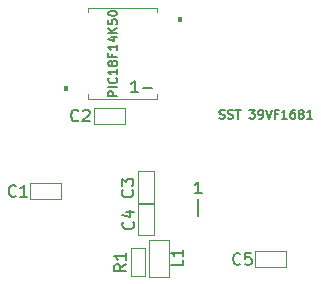
<source format=gbr>
%TF.GenerationSoftware,KiCad,Pcbnew,(6.0.2)*%
%TF.CreationDate,2022-11-22T14:27:25-06:00*%
%TF.ProjectId,REF1936,52454631-3933-4362-9e6b-696361645f70,rev?*%
%TF.SameCoordinates,Original*%
%TF.FileFunction,Legend,Top*%
%TF.FilePolarity,Positive*%
%FSLAX46Y46*%
G04 Gerber Fmt 4.6, Leading zero omitted, Abs format (unit mm)*
G04 Created by KiCad (PCBNEW (6.0.2)) date 2022-11-22 14:27:25*
%MOMM*%
%LPD*%
G01*
G04 APERTURE LIST*
%ADD10C,0.100000*%
%ADD11C,0.150000*%
%ADD12C,0.120000*%
G04 APERTURE END LIST*
D10*
X149086000Y-124004000D02*
X147916000Y-124004000D01*
X147916000Y-124004000D02*
X147916000Y-121590000D01*
X147916000Y-121590000D02*
X149086000Y-121590000D01*
X149086000Y-121590000D02*
X149086000Y-124004000D01*
X139419000Y-117456000D02*
X142055000Y-117456000D01*
X142055000Y-117456000D02*
X142055000Y-116126000D01*
X142055000Y-116126000D02*
X139419000Y-116126000D01*
X139419000Y-116126000D02*
X139419000Y-117456000D01*
X158432000Y-123211000D02*
X161068000Y-123211000D01*
X161068000Y-123211000D02*
X161068000Y-121881000D01*
X161068000Y-121881000D02*
X158432000Y-121881000D01*
X158432000Y-121881000D02*
X158432000Y-123211000D01*
X149852000Y-120540000D02*
X148522000Y-120540000D01*
X148522000Y-120540000D02*
X148522000Y-117904000D01*
X148522000Y-117904000D02*
X149852000Y-117904000D01*
X149852000Y-117904000D02*
X149852000Y-120540000D01*
X149478000Y-120920000D02*
X151119000Y-120920000D01*
X151119000Y-120920000D02*
X151119000Y-124033000D01*
X151119000Y-124033000D02*
X149478000Y-124033000D01*
X149478000Y-124033000D02*
X149478000Y-120920000D01*
X149859000Y-117766000D02*
X148529000Y-117766000D01*
X148529000Y-117766000D02*
X148529000Y-115130000D01*
X148529000Y-115130000D02*
X149859000Y-115130000D01*
X149859000Y-115130000D02*
X149859000Y-117766000D01*
X144808000Y-111103000D02*
X147444000Y-111103000D01*
X147444000Y-111103000D02*
X147444000Y-109773000D01*
X147444000Y-109773000D02*
X144808000Y-109773000D01*
X144808000Y-109773000D02*
X144808000Y-111103000D01*
D11*
X146759285Y-108728285D02*
X146009285Y-108728285D01*
X146009285Y-108442571D01*
X146045000Y-108371142D01*
X146080714Y-108335428D01*
X146152142Y-108299714D01*
X146259285Y-108299714D01*
X146330714Y-108335428D01*
X146366428Y-108371142D01*
X146402142Y-108442571D01*
X146402142Y-108728285D01*
X146759285Y-107978285D02*
X146009285Y-107978285D01*
X146687857Y-107192571D02*
X146723571Y-107228285D01*
X146759285Y-107335428D01*
X146759285Y-107406857D01*
X146723571Y-107514000D01*
X146652142Y-107585428D01*
X146580714Y-107621142D01*
X146437857Y-107656857D01*
X146330714Y-107656857D01*
X146187857Y-107621142D01*
X146116428Y-107585428D01*
X146045000Y-107514000D01*
X146009285Y-107406857D01*
X146009285Y-107335428D01*
X146045000Y-107228285D01*
X146080714Y-107192571D01*
X146759285Y-106478285D02*
X146759285Y-106906857D01*
X146759285Y-106692571D02*
X146009285Y-106692571D01*
X146116428Y-106764000D01*
X146187857Y-106835428D01*
X146223571Y-106906857D01*
X146330714Y-106049714D02*
X146295000Y-106121142D01*
X146259285Y-106156857D01*
X146187857Y-106192571D01*
X146152142Y-106192571D01*
X146080714Y-106156857D01*
X146045000Y-106121142D01*
X146009285Y-106049714D01*
X146009285Y-105906857D01*
X146045000Y-105835428D01*
X146080714Y-105799714D01*
X146152142Y-105764000D01*
X146187857Y-105764000D01*
X146259285Y-105799714D01*
X146295000Y-105835428D01*
X146330714Y-105906857D01*
X146330714Y-106049714D01*
X146366428Y-106121142D01*
X146402142Y-106156857D01*
X146473571Y-106192571D01*
X146616428Y-106192571D01*
X146687857Y-106156857D01*
X146723571Y-106121142D01*
X146759285Y-106049714D01*
X146759285Y-105906857D01*
X146723571Y-105835428D01*
X146687857Y-105799714D01*
X146616428Y-105764000D01*
X146473571Y-105764000D01*
X146402142Y-105799714D01*
X146366428Y-105835428D01*
X146330714Y-105906857D01*
X146366428Y-105192571D02*
X146366428Y-105442571D01*
X146759285Y-105442571D02*
X146009285Y-105442571D01*
X146009285Y-105085428D01*
X146759285Y-104406857D02*
X146759285Y-104835428D01*
X146759285Y-104621142D02*
X146009285Y-104621142D01*
X146116428Y-104692571D01*
X146187857Y-104764000D01*
X146223571Y-104835428D01*
X146259285Y-103764000D02*
X146759285Y-103764000D01*
X145973571Y-103942571D02*
X146509285Y-104121142D01*
X146509285Y-103656857D01*
X146759285Y-103371142D02*
X146009285Y-103371142D01*
X146759285Y-102942571D02*
X146330714Y-103264000D01*
X146009285Y-102942571D02*
X146437857Y-103371142D01*
X146009285Y-102264000D02*
X146009285Y-102621142D01*
X146366428Y-102656857D01*
X146330714Y-102621142D01*
X146295000Y-102549714D01*
X146295000Y-102371142D01*
X146330714Y-102299714D01*
X146366428Y-102264000D01*
X146437857Y-102228285D01*
X146616428Y-102228285D01*
X146687857Y-102264000D01*
X146723571Y-102299714D01*
X146759285Y-102371142D01*
X146759285Y-102549714D01*
X146723571Y-102621142D01*
X146687857Y-102656857D01*
X146009285Y-101764000D02*
X146009285Y-101692571D01*
X146045000Y-101621142D01*
X146080714Y-101585428D01*
X146152142Y-101549714D01*
X146295000Y-101514000D01*
X146473571Y-101514000D01*
X146616428Y-101549714D01*
X146687857Y-101585428D01*
X146723571Y-101621142D01*
X146759285Y-101692571D01*
X146759285Y-101764000D01*
X146723571Y-101835428D01*
X146687857Y-101871142D01*
X146616428Y-101906857D01*
X146473571Y-101942571D01*
X146295000Y-101942571D01*
X146152142Y-101906857D01*
X146080714Y-101871142D01*
X146045000Y-101835428D01*
X146009285Y-101764000D01*
X153937714Y-116978380D02*
X153366285Y-116978380D01*
X153652000Y-116978380D02*
X153652000Y-115978380D01*
X153556761Y-116121238D01*
X153461523Y-116216476D01*
X153366285Y-116264095D01*
X153652000Y-118921714D02*
X153652000Y-117493142D01*
X148528666Y-108435380D02*
X147957238Y-108435380D01*
X148242952Y-108435380D02*
X148242952Y-107435380D01*
X148147714Y-107578238D01*
X148052476Y-107673476D01*
X147957238Y-107721095D01*
X148957238Y-108054428D02*
X149719142Y-108054428D01*
X155428428Y-110634571D02*
X155535571Y-110670285D01*
X155714142Y-110670285D01*
X155785571Y-110634571D01*
X155821285Y-110598857D01*
X155857000Y-110527428D01*
X155857000Y-110456000D01*
X155821285Y-110384571D01*
X155785571Y-110348857D01*
X155714142Y-110313142D01*
X155571285Y-110277428D01*
X155499857Y-110241714D01*
X155464142Y-110206000D01*
X155428428Y-110134571D01*
X155428428Y-110063142D01*
X155464142Y-109991714D01*
X155499857Y-109956000D01*
X155571285Y-109920285D01*
X155749857Y-109920285D01*
X155857000Y-109956000D01*
X156142714Y-110634571D02*
X156249857Y-110670285D01*
X156428428Y-110670285D01*
X156499857Y-110634571D01*
X156535571Y-110598857D01*
X156571285Y-110527428D01*
X156571285Y-110456000D01*
X156535571Y-110384571D01*
X156499857Y-110348857D01*
X156428428Y-110313142D01*
X156285571Y-110277428D01*
X156214142Y-110241714D01*
X156178428Y-110206000D01*
X156142714Y-110134571D01*
X156142714Y-110063142D01*
X156178428Y-109991714D01*
X156214142Y-109956000D01*
X156285571Y-109920285D01*
X156464142Y-109920285D01*
X156571285Y-109956000D01*
X156785571Y-109920285D02*
X157214142Y-109920285D01*
X156999857Y-110670285D02*
X156999857Y-109920285D01*
X157964142Y-109920285D02*
X158428428Y-109920285D01*
X158178428Y-110206000D01*
X158285571Y-110206000D01*
X158357000Y-110241714D01*
X158392714Y-110277428D01*
X158428428Y-110348857D01*
X158428428Y-110527428D01*
X158392714Y-110598857D01*
X158357000Y-110634571D01*
X158285571Y-110670285D01*
X158071285Y-110670285D01*
X157999857Y-110634571D01*
X157964142Y-110598857D01*
X158785571Y-110670285D02*
X158928428Y-110670285D01*
X158999857Y-110634571D01*
X159035571Y-110598857D01*
X159107000Y-110491714D01*
X159142714Y-110348857D01*
X159142714Y-110063142D01*
X159107000Y-109991714D01*
X159071285Y-109956000D01*
X158999857Y-109920285D01*
X158857000Y-109920285D01*
X158785571Y-109956000D01*
X158749857Y-109991714D01*
X158714142Y-110063142D01*
X158714142Y-110241714D01*
X158749857Y-110313142D01*
X158785571Y-110348857D01*
X158857000Y-110384571D01*
X158999857Y-110384571D01*
X159071285Y-110348857D01*
X159107000Y-110313142D01*
X159142714Y-110241714D01*
X159357000Y-109920285D02*
X159607000Y-110670285D01*
X159857000Y-109920285D01*
X160357000Y-110277428D02*
X160107000Y-110277428D01*
X160107000Y-110670285D02*
X160107000Y-109920285D01*
X160464142Y-109920285D01*
X161142714Y-110670285D02*
X160714142Y-110670285D01*
X160928428Y-110670285D02*
X160928428Y-109920285D01*
X160857000Y-110027428D01*
X160785571Y-110098857D01*
X160714142Y-110134571D01*
X161785571Y-109920285D02*
X161642714Y-109920285D01*
X161571285Y-109956000D01*
X161535571Y-109991714D01*
X161464142Y-110098857D01*
X161428428Y-110241714D01*
X161428428Y-110527428D01*
X161464142Y-110598857D01*
X161499857Y-110634571D01*
X161571285Y-110670285D01*
X161714142Y-110670285D01*
X161785571Y-110634571D01*
X161821285Y-110598857D01*
X161857000Y-110527428D01*
X161857000Y-110348857D01*
X161821285Y-110277428D01*
X161785571Y-110241714D01*
X161714142Y-110206000D01*
X161571285Y-110206000D01*
X161499857Y-110241714D01*
X161464142Y-110277428D01*
X161428428Y-110348857D01*
X162285571Y-110241714D02*
X162214142Y-110206000D01*
X162178428Y-110170285D01*
X162142714Y-110098857D01*
X162142714Y-110063142D01*
X162178428Y-109991714D01*
X162214142Y-109956000D01*
X162285571Y-109920285D01*
X162428428Y-109920285D01*
X162499857Y-109956000D01*
X162535571Y-109991714D01*
X162571285Y-110063142D01*
X162571285Y-110098857D01*
X162535571Y-110170285D01*
X162499857Y-110206000D01*
X162428428Y-110241714D01*
X162285571Y-110241714D01*
X162214142Y-110277428D01*
X162178428Y-110313142D01*
X162142714Y-110384571D01*
X162142714Y-110527428D01*
X162178428Y-110598857D01*
X162214142Y-110634571D01*
X162285571Y-110670285D01*
X162428428Y-110670285D01*
X162499857Y-110634571D01*
X162535571Y-110598857D01*
X162571285Y-110527428D01*
X162571285Y-110384571D01*
X162535571Y-110313142D01*
X162499857Y-110277428D01*
X162428428Y-110241714D01*
X163285571Y-110670285D02*
X162857000Y-110670285D01*
X163071285Y-110670285D02*
X163071285Y-109920285D01*
X162999857Y-110027428D01*
X162928428Y-110098857D01*
X162857000Y-110134571D01*
%TO.C,C2*%
X143493333Y-110800142D02*
X143445714Y-110847761D01*
X143302857Y-110895380D01*
X143207619Y-110895380D01*
X143064761Y-110847761D01*
X142969523Y-110752523D01*
X142921904Y-110657285D01*
X142874285Y-110466809D01*
X142874285Y-110323952D01*
X142921904Y-110133476D01*
X142969523Y-110038238D01*
X143064761Y-109943000D01*
X143207619Y-109895380D01*
X143302857Y-109895380D01*
X143445714Y-109943000D01*
X143493333Y-109990619D01*
X143874285Y-109990619D02*
X143921904Y-109943000D01*
X144017142Y-109895380D01*
X144255238Y-109895380D01*
X144350476Y-109943000D01*
X144398095Y-109990619D01*
X144445714Y-110085857D01*
X144445714Y-110181095D01*
X144398095Y-110323952D01*
X143826666Y-110895380D01*
X144445714Y-110895380D01*
%TO.C,C3*%
X148054642Y-116679166D02*
X148102261Y-116726785D01*
X148149880Y-116869642D01*
X148149880Y-116964880D01*
X148102261Y-117107738D01*
X148007023Y-117202976D01*
X147911785Y-117250595D01*
X147721309Y-117298214D01*
X147578452Y-117298214D01*
X147387976Y-117250595D01*
X147292738Y-117202976D01*
X147197500Y-117107738D01*
X147149880Y-116964880D01*
X147149880Y-116869642D01*
X147197500Y-116726785D01*
X147245119Y-116679166D01*
X147149880Y-116345833D02*
X147149880Y-115726785D01*
X147530833Y-116060119D01*
X147530833Y-115917261D01*
X147578452Y-115822023D01*
X147626071Y-115774404D01*
X147721309Y-115726785D01*
X147959404Y-115726785D01*
X148054642Y-115774404D01*
X148102261Y-115822023D01*
X148149880Y-115917261D01*
X148149880Y-116202976D01*
X148102261Y-116298214D01*
X148054642Y-116345833D01*
%TO.C,C1*%
X138189333Y-117176142D02*
X138141714Y-117223761D01*
X137998857Y-117271380D01*
X137903619Y-117271380D01*
X137760761Y-117223761D01*
X137665523Y-117128523D01*
X137617904Y-117033285D01*
X137570285Y-116842809D01*
X137570285Y-116699952D01*
X137617904Y-116509476D01*
X137665523Y-116414238D01*
X137760761Y-116319000D01*
X137903619Y-116271380D01*
X137998857Y-116271380D01*
X138141714Y-116319000D01*
X138189333Y-116366619D01*
X139141714Y-117271380D02*
X138570285Y-117271380D01*
X138856000Y-117271380D02*
X138856000Y-116271380D01*
X138760761Y-116414238D01*
X138665523Y-116509476D01*
X138570285Y-116557095D01*
%TO.C,C4*%
X148117142Y-119403666D02*
X148164761Y-119451285D01*
X148212380Y-119594142D01*
X148212380Y-119689380D01*
X148164761Y-119832238D01*
X148069523Y-119927476D01*
X147974285Y-119975095D01*
X147783809Y-120022714D01*
X147640952Y-120022714D01*
X147450476Y-119975095D01*
X147355238Y-119927476D01*
X147260000Y-119832238D01*
X147212380Y-119689380D01*
X147212380Y-119594142D01*
X147260000Y-119451285D01*
X147307619Y-119403666D01*
X147545714Y-118546523D02*
X148212380Y-118546523D01*
X147164761Y-118784619D02*
X147879047Y-119022714D01*
X147879047Y-118403666D01*
%TO.C,R1*%
X147522380Y-122976666D02*
X147046190Y-123310000D01*
X147522380Y-123548095D02*
X146522380Y-123548095D01*
X146522380Y-123167142D01*
X146570000Y-123071904D01*
X146617619Y-123024285D01*
X146712857Y-122976666D01*
X146855714Y-122976666D01*
X146950952Y-123024285D01*
X146998571Y-123071904D01*
X147046190Y-123167142D01*
X147046190Y-123548095D01*
X147522380Y-122024285D02*
X147522380Y-122595714D01*
X147522380Y-122310000D02*
X146522380Y-122310000D01*
X146665238Y-122405238D01*
X146760476Y-122500476D01*
X146808095Y-122595714D01*
%TO.C,C5*%
X157202333Y-122931142D02*
X157154714Y-122978761D01*
X157011857Y-123026380D01*
X156916619Y-123026380D01*
X156773761Y-122978761D01*
X156678523Y-122883523D01*
X156630904Y-122788285D01*
X156583285Y-122597809D01*
X156583285Y-122454952D01*
X156630904Y-122264476D01*
X156678523Y-122169238D01*
X156773761Y-122074000D01*
X156916619Y-122026380D01*
X157011857Y-122026380D01*
X157154714Y-122074000D01*
X157202333Y-122121619D01*
X158107095Y-122026380D02*
X157630904Y-122026380D01*
X157583285Y-122502571D01*
X157630904Y-122454952D01*
X157726142Y-122407333D01*
X157964238Y-122407333D01*
X158059476Y-122454952D01*
X158107095Y-122502571D01*
X158154714Y-122597809D01*
X158154714Y-122835904D01*
X158107095Y-122931142D01*
X158059476Y-122978761D01*
X157964238Y-123026380D01*
X157726142Y-123026380D01*
X157630904Y-122978761D01*
X157583285Y-122931142D01*
%TO.C,L1*%
X152330380Y-122605666D02*
X152330380Y-123081857D01*
X151330380Y-123081857D01*
X152330380Y-121748523D02*
X152330380Y-122319952D01*
X152330380Y-122034238D02*
X151330380Y-122034238D01*
X151473238Y-122129476D01*
X151568476Y-122224714D01*
X151616095Y-122319952D01*
D12*
%TO.C,U3*%
X150137000Y-108998500D02*
X150137000Y-108598641D01*
X150137000Y-101251500D02*
X144295000Y-101251500D01*
X144295000Y-108598638D02*
X144295000Y-108998500D01*
X150137000Y-101651362D02*
X150137000Y-101251500D01*
X144295000Y-108998500D02*
X150137000Y-108998500D01*
X144295000Y-101251500D02*
X144295000Y-101651359D01*
D10*
X142250300Y-108240498D02*
X142250300Y-107859498D01*
X142250300Y-107859498D02*
X142504300Y-107859498D01*
X142504300Y-107859498D02*
X142504300Y-108240498D01*
X142504300Y-108240498D02*
X142250300Y-108240498D01*
G36*
X142504300Y-108240498D02*
G01*
X142250300Y-108240498D01*
X142250300Y-107859498D01*
X142504300Y-107859498D01*
X142504300Y-108240498D01*
G37*
X142504300Y-108240498D02*
X142250300Y-108240498D01*
X142250300Y-107859498D01*
X142504300Y-107859498D01*
X142504300Y-108240498D01*
X152181700Y-102390502D02*
X152181700Y-102009502D01*
X152181700Y-102009502D02*
X151927700Y-102009502D01*
X151927700Y-102009502D02*
X151927700Y-102390502D01*
X151927700Y-102390502D02*
X152181700Y-102390502D01*
G36*
X152181700Y-102390502D02*
G01*
X151927700Y-102390502D01*
X151927700Y-102009502D01*
X152181700Y-102009502D01*
X152181700Y-102390502D01*
G37*
X152181700Y-102390502D02*
X151927700Y-102390502D01*
X151927700Y-102009502D01*
X152181700Y-102009502D01*
X152181700Y-102390502D01*
%TD*%
M02*

</source>
